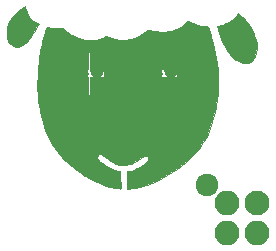
<source format=gbr>
G04 #@! TF.GenerationSoftware,KiCad,Pcbnew,(5.0.0-rc2-dev-321-g78161b592)*
G04 #@! TF.CreationDate,2018-07-11T23:16:50-06:00*
G04 #@! TF.ProjectId,dc801_sheep,64633830315F73686565702E6B696361,rev?*
G04 #@! TF.SameCoordinates,Original*
G04 #@! TF.FileFunction,Soldermask,Top*
G04 #@! TF.FilePolarity,Negative*
%FSLAX46Y46*%
G04 Gerber Fmt 4.6, Leading zero omitted, Abs format (unit mm)*
G04 Created by KiCad (PCBNEW (5.0.0-rc2-dev-321-g78161b592)) date 07/11/18 23:16:50*
%MOMM*%
%LPD*%
G01*
G04 APERTURE LIST*
%ADD10C,0.010000*%
%ADD11R,1.150000X1.500000*%
%ADD12O,2.100000X2.100000*%
%ADD13C,2.100000*%
%ADD14C,1.924000*%
%ADD15C,1.200000*%
G04 APERTURE END LIST*
D10*
G36*
X134944129Y-74209685D02*
X134952137Y-74248381D01*
X134959229Y-74303559D01*
X134960619Y-74318279D01*
X134994130Y-74518949D01*
X135058406Y-74714653D01*
X135152587Y-74903662D01*
X135275815Y-75084247D01*
X135424653Y-75252102D01*
X135616625Y-75424699D01*
X135821880Y-75570524D01*
X135958560Y-75649458D01*
X136096034Y-75722590D01*
X135975298Y-75908560D01*
X135819846Y-76146809D01*
X135679251Y-76359457D01*
X135552084Y-76548205D01*
X135436917Y-76714754D01*
X135332322Y-76860804D01*
X135236870Y-76988056D01*
X135149134Y-77098212D01*
X135067685Y-77192973D01*
X134991095Y-77274038D01*
X134917936Y-77343110D01*
X134846780Y-77401888D01*
X134776198Y-77452075D01*
X134704762Y-77495370D01*
X134631045Y-77533475D01*
X134598051Y-77548795D01*
X134468512Y-77594992D01*
X134332129Y-77621992D01*
X134197193Y-77629140D01*
X134071995Y-77615777D01*
X134000810Y-77596158D01*
X133848024Y-77524329D01*
X133706030Y-77422608D01*
X133643547Y-77364997D01*
X133563748Y-77275872D01*
X133499882Y-77180772D01*
X133450652Y-77075499D01*
X133414763Y-76955853D01*
X133390919Y-76817635D01*
X133377825Y-76656646D01*
X133374164Y-76491902D01*
X133374567Y-76380940D01*
X133376641Y-76293228D01*
X133381123Y-76220243D01*
X133388753Y-76153459D01*
X133400267Y-76084350D01*
X133416335Y-76004713D01*
X133459317Y-75824573D01*
X133508751Y-75666113D01*
X133568068Y-75523053D01*
X133640698Y-75389117D01*
X133730072Y-75258026D01*
X133839621Y-75123503D01*
X133972775Y-74979271D01*
X133981842Y-74969911D01*
X134125383Y-74827240D01*
X134273901Y-74689059D01*
X134419697Y-74562284D01*
X134555069Y-74453830D01*
X134564080Y-74447010D01*
X134627026Y-74400574D01*
X134695521Y-74351692D01*
X134764302Y-74303923D01*
X134828108Y-74260823D01*
X134881674Y-74225952D01*
X134919739Y-74202867D01*
X134936686Y-74195093D01*
X134944129Y-74209685D01*
X134944129Y-74209685D01*
G37*
X134944129Y-74209685D02*
X134952137Y-74248381D01*
X134959229Y-74303559D01*
X134960619Y-74318279D01*
X134994130Y-74518949D01*
X135058406Y-74714653D01*
X135152587Y-74903662D01*
X135275815Y-75084247D01*
X135424653Y-75252102D01*
X135616625Y-75424699D01*
X135821880Y-75570524D01*
X135958560Y-75649458D01*
X136096034Y-75722590D01*
X135975298Y-75908560D01*
X135819846Y-76146809D01*
X135679251Y-76359457D01*
X135552084Y-76548205D01*
X135436917Y-76714754D01*
X135332322Y-76860804D01*
X135236870Y-76988056D01*
X135149134Y-77098212D01*
X135067685Y-77192973D01*
X134991095Y-77274038D01*
X134917936Y-77343110D01*
X134846780Y-77401888D01*
X134776198Y-77452075D01*
X134704762Y-77495370D01*
X134631045Y-77533475D01*
X134598051Y-77548795D01*
X134468512Y-77594992D01*
X134332129Y-77621992D01*
X134197193Y-77629140D01*
X134071995Y-77615777D01*
X134000810Y-77596158D01*
X133848024Y-77524329D01*
X133706030Y-77422608D01*
X133643547Y-77364997D01*
X133563748Y-77275872D01*
X133499882Y-77180772D01*
X133450652Y-77075499D01*
X133414763Y-76955853D01*
X133390919Y-76817635D01*
X133377825Y-76656646D01*
X133374164Y-76491902D01*
X133374567Y-76380940D01*
X133376641Y-76293228D01*
X133381123Y-76220243D01*
X133388753Y-76153459D01*
X133400267Y-76084350D01*
X133416335Y-76004713D01*
X133459317Y-75824573D01*
X133508751Y-75666113D01*
X133568068Y-75523053D01*
X133640698Y-75389117D01*
X133730072Y-75258026D01*
X133839621Y-75123503D01*
X133972775Y-74979271D01*
X133981842Y-74969911D01*
X134125383Y-74827240D01*
X134273901Y-74689059D01*
X134419697Y-74562284D01*
X134555069Y-74453830D01*
X134564080Y-74447010D01*
X134627026Y-74400574D01*
X134695521Y-74351692D01*
X134764302Y-74303923D01*
X134828108Y-74260823D01*
X134881674Y-74225952D01*
X134919739Y-74202867D01*
X134936686Y-74195093D01*
X134944129Y-74209685D01*
G36*
X153076505Y-74897645D02*
X153259597Y-75052125D01*
X153444082Y-75231891D01*
X153625193Y-75431041D01*
X153798160Y-75643676D01*
X153958217Y-75863893D01*
X154100596Y-76085793D01*
X154220528Y-76303474D01*
X154233357Y-76329384D01*
X154352602Y-76596557D01*
X154443437Y-76853618D01*
X154506271Y-77103877D01*
X154541512Y-77350640D01*
X154549568Y-77597216D01*
X154530848Y-77846913D01*
X154485760Y-78103039D01*
X154463755Y-78195093D01*
X154404979Y-78392559D01*
X154336172Y-78560740D01*
X154256319Y-78700833D01*
X154164402Y-78814039D01*
X154059406Y-78901556D01*
X153940316Y-78964582D01*
X153806116Y-79004317D01*
X153773029Y-79010284D01*
X153698225Y-79020699D01*
X153639132Y-79023981D01*
X153580567Y-79020488D01*
X153542553Y-79015736D01*
X153370673Y-78979561D01*
X153189608Y-78919328D01*
X153005956Y-78838576D01*
X152826313Y-78740844D01*
X152657277Y-78629671D01*
X152505443Y-78508595D01*
X152393981Y-78399604D01*
X152289011Y-78275024D01*
X152177832Y-78124800D01*
X152063262Y-77953768D01*
X151948115Y-77766765D01*
X151835207Y-77568630D01*
X151727355Y-77364198D01*
X151627373Y-77158309D01*
X151538079Y-76955797D01*
X151502680Y-76868449D01*
X151459884Y-76756422D01*
X151416671Y-76637397D01*
X151374229Y-76515231D01*
X151333747Y-76393783D01*
X151296411Y-76276910D01*
X151263410Y-76168469D01*
X151235931Y-76072319D01*
X151215163Y-75992316D01*
X151202292Y-75932318D01*
X151198508Y-75896182D01*
X151200747Y-75887859D01*
X151219117Y-75880782D01*
X151262288Y-75868452D01*
X151324032Y-75852536D01*
X151398122Y-75834701D01*
X151406916Y-75832657D01*
X151686560Y-75754746D01*
X151948611Y-75654995D01*
X152190338Y-75534621D01*
X152409012Y-75394843D01*
X152440435Y-75371694D01*
X152562404Y-75274597D01*
X152663726Y-75180236D01*
X152753209Y-75079385D01*
X152839657Y-74962816D01*
X152861711Y-74930310D01*
X152949322Y-74799257D01*
X153076505Y-74897645D01*
X153076505Y-74897645D01*
G37*
X153076505Y-74897645D02*
X153259597Y-75052125D01*
X153444082Y-75231891D01*
X153625193Y-75431041D01*
X153798160Y-75643676D01*
X153958217Y-75863893D01*
X154100596Y-76085793D01*
X154220528Y-76303474D01*
X154233357Y-76329384D01*
X154352602Y-76596557D01*
X154443437Y-76853618D01*
X154506271Y-77103877D01*
X154541512Y-77350640D01*
X154549568Y-77597216D01*
X154530848Y-77846913D01*
X154485760Y-78103039D01*
X154463755Y-78195093D01*
X154404979Y-78392559D01*
X154336172Y-78560740D01*
X154256319Y-78700833D01*
X154164402Y-78814039D01*
X154059406Y-78901556D01*
X153940316Y-78964582D01*
X153806116Y-79004317D01*
X153773029Y-79010284D01*
X153698225Y-79020699D01*
X153639132Y-79023981D01*
X153580567Y-79020488D01*
X153542553Y-79015736D01*
X153370673Y-78979561D01*
X153189608Y-78919328D01*
X153005956Y-78838576D01*
X152826313Y-78740844D01*
X152657277Y-78629671D01*
X152505443Y-78508595D01*
X152393981Y-78399604D01*
X152289011Y-78275024D01*
X152177832Y-78124800D01*
X152063262Y-77953768D01*
X151948115Y-77766765D01*
X151835207Y-77568630D01*
X151727355Y-77364198D01*
X151627373Y-77158309D01*
X151538079Y-76955797D01*
X151502680Y-76868449D01*
X151459884Y-76756422D01*
X151416671Y-76637397D01*
X151374229Y-76515231D01*
X151333747Y-76393783D01*
X151296411Y-76276910D01*
X151263410Y-76168469D01*
X151235931Y-76072319D01*
X151215163Y-75992316D01*
X151202292Y-75932318D01*
X151198508Y-75896182D01*
X151200747Y-75887859D01*
X151219117Y-75880782D01*
X151262288Y-75868452D01*
X151324032Y-75852536D01*
X151398122Y-75834701D01*
X151406916Y-75832657D01*
X151686560Y-75754746D01*
X151948611Y-75654995D01*
X152190338Y-75534621D01*
X152409012Y-75394843D01*
X152440435Y-75371694D01*
X152562404Y-75274597D01*
X152663726Y-75180236D01*
X152753209Y-75079385D01*
X152839657Y-74962816D01*
X152861711Y-74930310D01*
X152949322Y-74799257D01*
X153076505Y-74897645D01*
G36*
X148707536Y-75443146D02*
X148743614Y-75464370D01*
X148772990Y-75483497D01*
X148932463Y-75577519D01*
X149117981Y-75663166D01*
X149324555Y-75738962D01*
X149547200Y-75803430D01*
X149780926Y-75855095D01*
X150020746Y-75892479D01*
X150218599Y-75911452D01*
X150298570Y-75917173D01*
X150366223Y-75922567D01*
X150415719Y-75927124D01*
X150441219Y-75930337D01*
X150443364Y-75931006D01*
X150450604Y-75948986D01*
X150465331Y-75993381D01*
X150486304Y-76060038D01*
X150512284Y-76144805D01*
X150542031Y-76243528D01*
X150574304Y-76352053D01*
X150607863Y-76466229D01*
X150641468Y-76581902D01*
X150673878Y-76694920D01*
X150703854Y-76801128D01*
X150712909Y-76833642D01*
X150837508Y-77302743D01*
X150945335Y-77752680D01*
X151037730Y-78190416D01*
X151116030Y-78622913D01*
X151181574Y-79057133D01*
X151235703Y-79500038D01*
X151247844Y-79615244D01*
X151260910Y-79768572D01*
X151271764Y-79947233D01*
X151280328Y-80144841D01*
X151286525Y-80355011D01*
X151290276Y-80571356D01*
X151291503Y-80787491D01*
X151290130Y-80997031D01*
X151286079Y-81193590D01*
X151279271Y-81370782D01*
X151270854Y-81506733D01*
X151212577Y-82078308D01*
X151126619Y-82634863D01*
X151012703Y-83177493D01*
X150870553Y-83707291D01*
X150699892Y-84225352D01*
X150500441Y-84732769D01*
X150391240Y-84979762D01*
X150216793Y-85338663D01*
X150035724Y-85668512D01*
X149846622Y-85971617D01*
X149648079Y-86250285D01*
X149508013Y-86425737D01*
X149426404Y-86519606D01*
X149326018Y-86629125D01*
X149212053Y-86749069D01*
X149089706Y-86874211D01*
X148964176Y-86999328D01*
X148840660Y-87119193D01*
X148724357Y-87228581D01*
X148620464Y-87322267D01*
X148589488Y-87349105D01*
X148198003Y-87669146D01*
X147794356Y-87970318D01*
X147381070Y-88251251D01*
X146960671Y-88510574D01*
X146535685Y-88746917D01*
X146108636Y-88958909D01*
X145682050Y-89145179D01*
X145258450Y-89304357D01*
X144840363Y-89435072D01*
X144657172Y-89483624D01*
X144501964Y-89520017D01*
X144340370Y-89553573D01*
X144178496Y-89583321D01*
X144022448Y-89608285D01*
X143878333Y-89627495D01*
X143752256Y-89639976D01*
X143650325Y-89644756D01*
X143645802Y-89644775D01*
X143572080Y-89644906D01*
X143561977Y-89267403D01*
X143558032Y-89132030D01*
X143553079Y-88980511D01*
X143547541Y-88824681D01*
X143541839Y-88676375D01*
X143536393Y-88547429D01*
X143536138Y-88541755D01*
X143531755Y-88440117D01*
X143528263Y-88349750D01*
X143525807Y-88275276D01*
X143524531Y-88221314D01*
X143524582Y-88192484D01*
X143525051Y-88188961D01*
X143541870Y-88184351D01*
X143581746Y-88176595D01*
X143636308Y-88167314D01*
X143640508Y-88166641D01*
X143875231Y-88114754D01*
X144118695Y-88032661D01*
X144370440Y-87920584D01*
X144630008Y-87778747D01*
X144896942Y-87607373D01*
X145116885Y-87448091D01*
X145201458Y-87382816D01*
X145263516Y-87331276D01*
X145306503Y-87288861D01*
X145333867Y-87250957D01*
X145349052Y-87212955D01*
X145355504Y-87170242D01*
X145356696Y-87127140D01*
X145354319Y-87066072D01*
X145344690Y-87023325D01*
X145324063Y-86985626D01*
X145312163Y-86969340D01*
X145248377Y-86905614D01*
X145173663Y-86870420D01*
X145090410Y-86860899D01*
X145061898Y-86861294D01*
X145037870Y-86863572D01*
X145014089Y-86870117D01*
X144986317Y-86883313D01*
X144950318Y-86905545D01*
X144901853Y-86939198D01*
X144836687Y-86986655D01*
X144750581Y-87050302D01*
X144740229Y-87057965D01*
X144516865Y-87215286D01*
X144306005Y-87346746D01*
X144104204Y-87453985D01*
X143908022Y-87538645D01*
X143714017Y-87602366D01*
X143518746Y-87646789D01*
X143496996Y-87650576D01*
X143295135Y-87668642D01*
X143086366Y-87655955D01*
X142871311Y-87612644D01*
X142650594Y-87538841D01*
X142424836Y-87434676D01*
X142394356Y-87418484D01*
X142291932Y-87359622D01*
X142170274Y-87283579D01*
X142034417Y-87193710D01*
X141889394Y-87093368D01*
X141740240Y-86985905D01*
X141697475Y-86954292D01*
X141622299Y-86898635D01*
X141553346Y-86848029D01*
X141495784Y-86806234D01*
X141454779Y-86777007D01*
X141438378Y-86765837D01*
X141361510Y-86733601D01*
X141279792Y-86727454D01*
X141200003Y-86744957D01*
X141128918Y-86783673D01*
X141073313Y-86841163D01*
X141041638Y-86908597D01*
X141027021Y-86983045D01*
X141029770Y-87047797D01*
X141052348Y-87107744D01*
X141097219Y-87167778D01*
X141166848Y-87232788D01*
X141230146Y-87282751D01*
X141443847Y-87441287D01*
X141638134Y-87579354D01*
X141816133Y-87698896D01*
X141980973Y-87801858D01*
X142135780Y-87890186D01*
X142283684Y-87965825D01*
X142427810Y-88030719D01*
X142442931Y-88037022D01*
X142513632Y-88064046D01*
X142596934Y-88092438D01*
X142685649Y-88120130D01*
X142772595Y-88145053D01*
X142850585Y-88165140D01*
X142912435Y-88178324D01*
X142948689Y-88182578D01*
X142957615Y-88185016D01*
X142965333Y-88193986D01*
X142972034Y-88211964D01*
X142977912Y-88241431D01*
X142983159Y-88284866D01*
X142987967Y-88344748D01*
X142992528Y-88423557D01*
X142997036Y-88523771D01*
X143001682Y-88647869D01*
X143006660Y-88798331D01*
X143012161Y-88977636D01*
X143013251Y-89014170D01*
X143017865Y-89173902D01*
X143021246Y-89304655D01*
X143023339Y-89409217D01*
X143024088Y-89490377D01*
X143023438Y-89550924D01*
X143021333Y-89593646D01*
X143017719Y-89621332D01*
X143012541Y-89636770D01*
X143005742Y-89642749D01*
X143000780Y-89642944D01*
X142979638Y-89640006D01*
X142936587Y-89634256D01*
X142885044Y-89627476D01*
X142521539Y-89569841D01*
X142165851Y-89492368D01*
X141811347Y-89393247D01*
X141451395Y-89270669D01*
X141161319Y-89157088D01*
X141085678Y-89124794D01*
X140996401Y-89084907D01*
X140897724Y-89039497D01*
X140793886Y-88990635D01*
X140689124Y-88940391D01*
X140587677Y-88890837D01*
X140493781Y-88844044D01*
X140411675Y-88802082D01*
X140345597Y-88767022D01*
X140299785Y-88740936D01*
X140278475Y-88725893D01*
X140278180Y-88725534D01*
X140261173Y-88713852D01*
X140222971Y-88691866D01*
X140170735Y-88663641D01*
X140150975Y-88653306D01*
X140082519Y-88616549D01*
X140013158Y-88577273D01*
X139956868Y-88543413D01*
X139952441Y-88540595D01*
X139675844Y-88359595D01*
X139424440Y-88187073D01*
X139193921Y-88019656D01*
X138979981Y-87853971D01*
X138778314Y-87686644D01*
X138584614Y-87514302D01*
X138394575Y-87333571D01*
X138330184Y-87269766D01*
X138178272Y-87114972D01*
X138044780Y-86972425D01*
X137923182Y-86834670D01*
X137806951Y-86694249D01*
X137689562Y-86543707D01*
X137657611Y-86501410D01*
X137400346Y-86133982D01*
X137161784Y-85742438D01*
X136942763Y-85328958D01*
X136744122Y-84895722D01*
X136566700Y-84444909D01*
X136411335Y-83978701D01*
X136278865Y-83499276D01*
X136170129Y-83008814D01*
X136085966Y-82509495D01*
X136066492Y-82365056D01*
X136043481Y-82175110D01*
X136024792Y-81998254D01*
X136010042Y-81827843D01*
X135998846Y-81657235D01*
X135990821Y-81479786D01*
X135985583Y-81288851D01*
X135982747Y-81077789D01*
X135981966Y-80902728D01*
X135983156Y-80613312D01*
X135987911Y-80343540D01*
X135996680Y-80086127D01*
X136009911Y-79833789D01*
X136028051Y-79579245D01*
X136051550Y-79315209D01*
X136080856Y-79034400D01*
X136115020Y-78741026D01*
X136147184Y-78497873D01*
X136186381Y-78238020D01*
X136213833Y-78073441D01*
X139181539Y-78073441D01*
X139181539Y-81681576D01*
X141597559Y-81681576D01*
X141597559Y-78073441D01*
X145412328Y-78073441D01*
X145412328Y-81681576D01*
X147812453Y-81681576D01*
X147812453Y-78073441D01*
X145412328Y-78073441D01*
X141597559Y-78073441D01*
X139181539Y-78073441D01*
X136213833Y-78073441D01*
X136231036Y-77970309D01*
X136279576Y-77703585D01*
X136330425Y-77446691D01*
X136382009Y-77208472D01*
X136406494Y-77103668D01*
X136435968Y-76986323D01*
X136469946Y-76860129D01*
X136507147Y-76729071D01*
X136546290Y-76597134D01*
X136586094Y-76468304D01*
X136625280Y-76346564D01*
X136662565Y-76235900D01*
X136696670Y-76140297D01*
X136726314Y-76063740D01*
X136750216Y-76010214D01*
X136766132Y-75984635D01*
X136788742Y-75980302D01*
X136836416Y-75983872D01*
X136903547Y-75994886D01*
X136911973Y-75996551D01*
X137066938Y-76025107D01*
X137216429Y-76046859D01*
X137369033Y-76062639D01*
X137533336Y-76073276D01*
X137717928Y-76079604D01*
X137782791Y-76080856D01*
X138156320Y-76086941D01*
X138250154Y-76169319D01*
X138363292Y-76263559D01*
X138492217Y-76362522D01*
X138627108Y-76459146D01*
X138758145Y-76546365D01*
X138862177Y-76609561D01*
X139158877Y-76763472D01*
X139455684Y-76885643D01*
X139752530Y-76976067D01*
X140049342Y-77034740D01*
X140346051Y-77061655D01*
X140642584Y-77056807D01*
X140938873Y-77020191D01*
X141234845Y-76951801D01*
X141530431Y-76851632D01*
X141601256Y-76822883D01*
X141771848Y-76751421D01*
X141958890Y-76821967D01*
X142262081Y-76921196D01*
X142571765Y-76993356D01*
X142884135Y-77038105D01*
X143195386Y-77055105D01*
X143501713Y-77044014D01*
X143799310Y-77004494D01*
X143862578Y-76992087D01*
X144118858Y-76923536D01*
X144373483Y-76825793D01*
X144621781Y-76701310D01*
X144859081Y-76552542D01*
X145080711Y-76381940D01*
X145162501Y-76309454D01*
X145270308Y-76209978D01*
X145480398Y-76251665D01*
X145654909Y-76284225D01*
X145814746Y-76309121D01*
X145970189Y-76327464D01*
X146131519Y-76340364D01*
X146309018Y-76348932D01*
X146408798Y-76351984D01*
X146640695Y-76354027D01*
X146848727Y-76346915D01*
X147039684Y-76329909D01*
X147220356Y-76302272D01*
X147397534Y-76263265D01*
X147512221Y-76231995D01*
X147734243Y-76154347D01*
X147948321Y-76054341D01*
X148149647Y-75935076D01*
X148333414Y-75799653D01*
X148494814Y-75651174D01*
X148600808Y-75529920D01*
X148638074Y-75484476D01*
X148668611Y-75450869D01*
X148686716Y-75435301D01*
X148688219Y-75434893D01*
X148707536Y-75443146D01*
X148707536Y-75443146D01*
G37*
X148707536Y-75443146D02*
X148743614Y-75464370D01*
X148772990Y-75483497D01*
X148932463Y-75577519D01*
X149117981Y-75663166D01*
X149324555Y-75738962D01*
X149547200Y-75803430D01*
X149780926Y-75855095D01*
X150020746Y-75892479D01*
X150218599Y-75911452D01*
X150298570Y-75917173D01*
X150366223Y-75922567D01*
X150415719Y-75927124D01*
X150441219Y-75930337D01*
X150443364Y-75931006D01*
X150450604Y-75948986D01*
X150465331Y-75993381D01*
X150486304Y-76060038D01*
X150512284Y-76144805D01*
X150542031Y-76243528D01*
X150574304Y-76352053D01*
X150607863Y-76466229D01*
X150641468Y-76581902D01*
X150673878Y-76694920D01*
X150703854Y-76801128D01*
X150712909Y-76833642D01*
X150837508Y-77302743D01*
X150945335Y-77752680D01*
X151037730Y-78190416D01*
X151116030Y-78622913D01*
X151181574Y-79057133D01*
X151235703Y-79500038D01*
X151247844Y-79615244D01*
X151260910Y-79768572D01*
X151271764Y-79947233D01*
X151280328Y-80144841D01*
X151286525Y-80355011D01*
X151290276Y-80571356D01*
X151291503Y-80787491D01*
X151290130Y-80997031D01*
X151286079Y-81193590D01*
X151279271Y-81370782D01*
X151270854Y-81506733D01*
X151212577Y-82078308D01*
X151126619Y-82634863D01*
X151012703Y-83177493D01*
X150870553Y-83707291D01*
X150699892Y-84225352D01*
X150500441Y-84732769D01*
X150391240Y-84979762D01*
X150216793Y-85338663D01*
X150035724Y-85668512D01*
X149846622Y-85971617D01*
X149648079Y-86250285D01*
X149508013Y-86425737D01*
X149426404Y-86519606D01*
X149326018Y-86629125D01*
X149212053Y-86749069D01*
X149089706Y-86874211D01*
X148964176Y-86999328D01*
X148840660Y-87119193D01*
X148724357Y-87228581D01*
X148620464Y-87322267D01*
X148589488Y-87349105D01*
X148198003Y-87669146D01*
X147794356Y-87970318D01*
X147381070Y-88251251D01*
X146960671Y-88510574D01*
X146535685Y-88746917D01*
X146108636Y-88958909D01*
X145682050Y-89145179D01*
X145258450Y-89304357D01*
X144840363Y-89435072D01*
X144657172Y-89483624D01*
X144501964Y-89520017D01*
X144340370Y-89553573D01*
X144178496Y-89583321D01*
X144022448Y-89608285D01*
X143878333Y-89627495D01*
X143752256Y-89639976D01*
X143650325Y-89644756D01*
X143645802Y-89644775D01*
X143572080Y-89644906D01*
X143561977Y-89267403D01*
X143558032Y-89132030D01*
X143553079Y-88980511D01*
X143547541Y-88824681D01*
X143541839Y-88676375D01*
X143536393Y-88547429D01*
X143536138Y-88541755D01*
X143531755Y-88440117D01*
X143528263Y-88349750D01*
X143525807Y-88275276D01*
X143524531Y-88221314D01*
X143524582Y-88192484D01*
X143525051Y-88188961D01*
X143541870Y-88184351D01*
X143581746Y-88176595D01*
X143636308Y-88167314D01*
X143640508Y-88166641D01*
X143875231Y-88114754D01*
X144118695Y-88032661D01*
X144370440Y-87920584D01*
X144630008Y-87778747D01*
X144896942Y-87607373D01*
X145116885Y-87448091D01*
X145201458Y-87382816D01*
X145263516Y-87331276D01*
X145306503Y-87288861D01*
X145333867Y-87250957D01*
X145349052Y-87212955D01*
X145355504Y-87170242D01*
X145356696Y-87127140D01*
X145354319Y-87066072D01*
X145344690Y-87023325D01*
X145324063Y-86985626D01*
X145312163Y-86969340D01*
X145248377Y-86905614D01*
X145173663Y-86870420D01*
X145090410Y-86860899D01*
X145061898Y-86861294D01*
X145037870Y-86863572D01*
X145014089Y-86870117D01*
X144986317Y-86883313D01*
X144950318Y-86905545D01*
X144901853Y-86939198D01*
X144836687Y-86986655D01*
X144750581Y-87050302D01*
X144740229Y-87057965D01*
X144516865Y-87215286D01*
X144306005Y-87346746D01*
X144104204Y-87453985D01*
X143908022Y-87538645D01*
X143714017Y-87602366D01*
X143518746Y-87646789D01*
X143496996Y-87650576D01*
X143295135Y-87668642D01*
X143086366Y-87655955D01*
X142871311Y-87612644D01*
X142650594Y-87538841D01*
X142424836Y-87434676D01*
X142394356Y-87418484D01*
X142291932Y-87359622D01*
X142170274Y-87283579D01*
X142034417Y-87193710D01*
X141889394Y-87093368D01*
X141740240Y-86985905D01*
X141697475Y-86954292D01*
X141622299Y-86898635D01*
X141553346Y-86848029D01*
X141495784Y-86806234D01*
X141454779Y-86777007D01*
X141438378Y-86765837D01*
X141361510Y-86733601D01*
X141279792Y-86727454D01*
X141200003Y-86744957D01*
X141128918Y-86783673D01*
X141073313Y-86841163D01*
X141041638Y-86908597D01*
X141027021Y-86983045D01*
X141029770Y-87047797D01*
X141052348Y-87107744D01*
X141097219Y-87167778D01*
X141166848Y-87232788D01*
X141230146Y-87282751D01*
X141443847Y-87441287D01*
X141638134Y-87579354D01*
X141816133Y-87698896D01*
X141980973Y-87801858D01*
X142135780Y-87890186D01*
X142283684Y-87965825D01*
X142427810Y-88030719D01*
X142442931Y-88037022D01*
X142513632Y-88064046D01*
X142596934Y-88092438D01*
X142685649Y-88120130D01*
X142772595Y-88145053D01*
X142850585Y-88165140D01*
X142912435Y-88178324D01*
X142948689Y-88182578D01*
X142957615Y-88185016D01*
X142965333Y-88193986D01*
X142972034Y-88211964D01*
X142977912Y-88241431D01*
X142983159Y-88284866D01*
X142987967Y-88344748D01*
X142992528Y-88423557D01*
X142997036Y-88523771D01*
X143001682Y-88647869D01*
X143006660Y-88798331D01*
X143012161Y-88977636D01*
X143013251Y-89014170D01*
X143017865Y-89173902D01*
X143021246Y-89304655D01*
X143023339Y-89409217D01*
X143024088Y-89490377D01*
X143023438Y-89550924D01*
X143021333Y-89593646D01*
X143017719Y-89621332D01*
X143012541Y-89636770D01*
X143005742Y-89642749D01*
X143000780Y-89642944D01*
X142979638Y-89640006D01*
X142936587Y-89634256D01*
X142885044Y-89627476D01*
X142521539Y-89569841D01*
X142165851Y-89492368D01*
X141811347Y-89393247D01*
X141451395Y-89270669D01*
X141161319Y-89157088D01*
X141085678Y-89124794D01*
X140996401Y-89084907D01*
X140897724Y-89039497D01*
X140793886Y-88990635D01*
X140689124Y-88940391D01*
X140587677Y-88890837D01*
X140493781Y-88844044D01*
X140411675Y-88802082D01*
X140345597Y-88767022D01*
X140299785Y-88740936D01*
X140278475Y-88725893D01*
X140278180Y-88725534D01*
X140261173Y-88713852D01*
X140222971Y-88691866D01*
X140170735Y-88663641D01*
X140150975Y-88653306D01*
X140082519Y-88616549D01*
X140013158Y-88577273D01*
X139956868Y-88543413D01*
X139952441Y-88540595D01*
X139675844Y-88359595D01*
X139424440Y-88187073D01*
X139193921Y-88019656D01*
X138979981Y-87853971D01*
X138778314Y-87686644D01*
X138584614Y-87514302D01*
X138394575Y-87333571D01*
X138330184Y-87269766D01*
X138178272Y-87114972D01*
X138044780Y-86972425D01*
X137923182Y-86834670D01*
X137806951Y-86694249D01*
X137689562Y-86543707D01*
X137657611Y-86501410D01*
X137400346Y-86133982D01*
X137161784Y-85742438D01*
X136942763Y-85328958D01*
X136744122Y-84895722D01*
X136566700Y-84444909D01*
X136411335Y-83978701D01*
X136278865Y-83499276D01*
X136170129Y-83008814D01*
X136085966Y-82509495D01*
X136066492Y-82365056D01*
X136043481Y-82175110D01*
X136024792Y-81998254D01*
X136010042Y-81827843D01*
X135998846Y-81657235D01*
X135990821Y-81479786D01*
X135985583Y-81288851D01*
X135982747Y-81077789D01*
X135981966Y-80902728D01*
X135983156Y-80613312D01*
X135987911Y-80343540D01*
X135996680Y-80086127D01*
X136009911Y-79833789D01*
X136028051Y-79579245D01*
X136051550Y-79315209D01*
X136080856Y-79034400D01*
X136115020Y-78741026D01*
X136147184Y-78497873D01*
X136186381Y-78238020D01*
X136213833Y-78073441D01*
X139181539Y-78073441D01*
X139181539Y-81681576D01*
X141597559Y-81681576D01*
X141597559Y-78073441D01*
X145412328Y-78073441D01*
X145412328Y-81681576D01*
X147812453Y-81681576D01*
X147812453Y-78073441D01*
X145412328Y-78073441D01*
X141597559Y-78073441D01*
X139181539Y-78073441D01*
X136213833Y-78073441D01*
X136231036Y-77970309D01*
X136279576Y-77703585D01*
X136330425Y-77446691D01*
X136382009Y-77208472D01*
X136406494Y-77103668D01*
X136435968Y-76986323D01*
X136469946Y-76860129D01*
X136507147Y-76729071D01*
X136546290Y-76597134D01*
X136586094Y-76468304D01*
X136625280Y-76346564D01*
X136662565Y-76235900D01*
X136696670Y-76140297D01*
X136726314Y-76063740D01*
X136750216Y-76010214D01*
X136766132Y-75984635D01*
X136788742Y-75980302D01*
X136836416Y-75983872D01*
X136903547Y-75994886D01*
X136911973Y-75996551D01*
X137066938Y-76025107D01*
X137216429Y-76046859D01*
X137369033Y-76062639D01*
X137533336Y-76073276D01*
X137717928Y-76079604D01*
X137782791Y-76080856D01*
X138156320Y-76086941D01*
X138250154Y-76169319D01*
X138363292Y-76263559D01*
X138492217Y-76362522D01*
X138627108Y-76459146D01*
X138758145Y-76546365D01*
X138862177Y-76609561D01*
X139158877Y-76763472D01*
X139455684Y-76885643D01*
X139752530Y-76976067D01*
X140049342Y-77034740D01*
X140346051Y-77061655D01*
X140642584Y-77056807D01*
X140938873Y-77020191D01*
X141234845Y-76951801D01*
X141530431Y-76851632D01*
X141601256Y-76822883D01*
X141771848Y-76751421D01*
X141958890Y-76821967D01*
X142262081Y-76921196D01*
X142571765Y-76993356D01*
X142884135Y-77038105D01*
X143195386Y-77055105D01*
X143501713Y-77044014D01*
X143799310Y-77004494D01*
X143862578Y-76992087D01*
X144118858Y-76923536D01*
X144373483Y-76825793D01*
X144621781Y-76701310D01*
X144859081Y-76552542D01*
X145080711Y-76381940D01*
X145162501Y-76309454D01*
X145270308Y-76209978D01*
X145480398Y-76251665D01*
X145654909Y-76284225D01*
X145814746Y-76309121D01*
X145970189Y-76327464D01*
X146131519Y-76340364D01*
X146309018Y-76348932D01*
X146408798Y-76351984D01*
X146640695Y-76354027D01*
X146848727Y-76346915D01*
X147039684Y-76329909D01*
X147220356Y-76302272D01*
X147397534Y-76263265D01*
X147512221Y-76231995D01*
X147734243Y-76154347D01*
X147948321Y-76054341D01*
X148149647Y-75935076D01*
X148333414Y-75799653D01*
X148494814Y-75651174D01*
X148600808Y-75529920D01*
X148638074Y-75484476D01*
X148668611Y-75450869D01*
X148686716Y-75435301D01*
X148688219Y-75434893D01*
X148707536Y-75443146D01*
D11*
X141015000Y-78830000D03*
X139765000Y-78830000D03*
X141015000Y-80930000D03*
X139765000Y-80930000D03*
X145985000Y-80920000D03*
X147235000Y-80920000D03*
X145985000Y-78820000D03*
X147235000Y-78820000D03*
D12*
X152010000Y-93370000D03*
X152010000Y-90830000D03*
X154550000Y-93370000D03*
D13*
X154550000Y-90830000D03*
D14*
X150376780Y-89323780D03*
D15*
X141010000Y-79710000D03*
X147250000Y-79710000D03*
X139790000Y-79980000D03*
X146000000Y-79970000D03*
M02*

</source>
